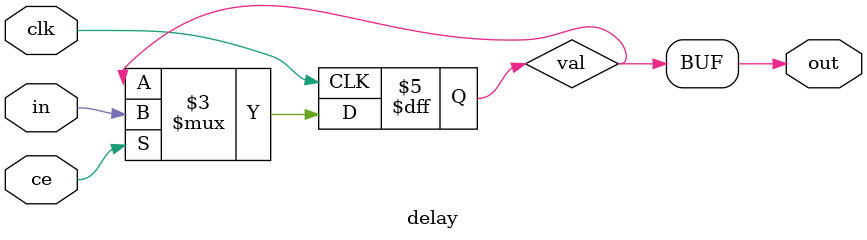
<source format=v>
`timescale 1ns / 1ps
module delay(clk, ce, in, out);
	parameter N = 1;
	
	input clk;
	input ce;
	input [N-1:0]in;
	output [N-1:0]out;
	
	reg [N-1:0]val;
	
	always @(posedge clk)
	begin
		if(ce) val <= in;
		else val <= val;
	end
	
	assign out = val;
	
endmodule

</source>
